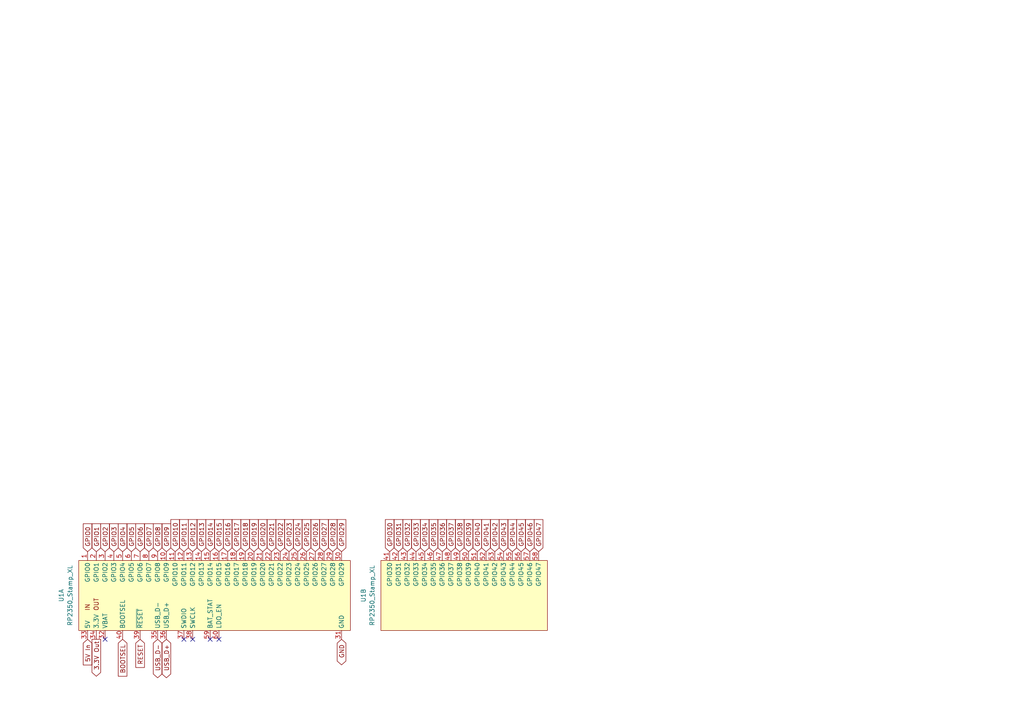
<source format=kicad_sch>
(kicad_sch (version 20231120) (generator "eeschema") (generator_version "8.0")
  (paper "A4")
  (lib_symbols
    (symbol "RP2xxx_Stamp:RP2350_Stamp_XL"
      (property "Reference" "U" (at 10.16 43.18 0))
      (property "Value" "RP2350_Stamp_XL" (at 0 -38.1 0))
      (symbol "RP2350_Stamp_XL_1_0"
        (text "IN" (at -4.445 39.37 0) (effects (font (size 1.27 1.27)) (justify left)))
        (text "OUT" (at -4.445 36.83 0) (effects (font (size 1.27 1.27)) (justify left)))
        (pin bidirectional line (at 12.7 39.37 180) (length 2.54) (name "GPIO0") (number "1"))
        (pin bidirectional line (at 12.7 16.51 180) (length 2.54) (name "GPIO9") (number "10"))
        (pin bidirectional line (at 12.7 13.97 180) (length 2.54) (name "GPIO10") (number "11"))
        (pin bidirectional line (at 12.7 11.43 180) (length 2.54) (name "GPIO11") (number "12"))
        (pin bidirectional line (at 12.7 8.89 180) (length 2.54) (name "GPIO12") (number "13"))
        (pin bidirectional line (at 12.7 6.35 180) (length 2.54) (name "GPIO13") (number "14"))
        (pin bidirectional line (at 12.7 3.81 180) (length 2.54) (name "GPIO14") (number "15"))
        (pin bidirectional line (at 12.7 1.27 180) (length 2.54) (name "GPIO15") (number "16"))
        (pin bidirectional line (at 12.7 -1.27 180) (length 2.54) (name "GPIO16") (number "17"))
        (pin bidirectional line (at 12.7 -3.81 180) (length 2.54) (name "GPIO17") (number "18"))
        (pin bidirectional line (at 12.7 -6.35 180) (length 2.54) (name "GPIO18") (number "19"))
        (pin bidirectional line (at 12.7 36.83 180) (length 2.54) (name "GPIO1") (number "2"))
        (pin bidirectional line (at 12.7 -8.89 180) (length 2.54) (name "GPIO19") (number "20"))
        (pin bidirectional line (at 12.7 -11.43 180) (length 2.54) (name "GPIO20") (number "21"))
        (pin bidirectional line (at 12.7 -13.97 180) (length 2.54) (name "GPIO21") (number "22"))
        (pin bidirectional line (at 12.7 -16.51 180) (length 2.54) (name "GPIO22") (number "23"))
        (pin bidirectional line (at 12.7 -19.05 180) (length 2.54) (name "GPIO23") (number "24"))
        (pin bidirectional line (at 12.7 -21.59 180) (length 2.54) (name "GPIO24") (number "25"))
        (pin bidirectional line (at 12.7 -24.13 180) (length 2.54) (name "GPIO25") (number "26"))
        (pin bidirectional line (at 12.7 -26.67 180) (length 2.54) (name "GPIO26") (number "27"))
        (pin bidirectional line (at 12.7 -29.21 180) (length 2.54) (name "GPIO27") (number "28"))
        (pin bidirectional line (at 12.7 -31.75 180) (length 2.54) (name "GPIO28") (number "29"))
        (pin bidirectional line (at 12.7 34.29 180) (length 2.54) (name "GPIO2") (number "3"))
        (pin bidirectional line (at 12.7 -34.29 180) (length 2.54) (name "GPIO29") (number "30"))
        (pin power_in line (at -12.7 -34.29 0) (length 2.54) (name "GND") (number "31"))
        (pin power_in line (at -12.7 34.29 0) (length 2.54) (name "VBAT") (number "32"))
        (pin power_in line (at -12.7 39.37 0) (length 2.54) (name "5V") (number "33"))
        (pin power_out line (at -12.7 36.83 0) (length 2.54) (name "3.3V") (number "34"))
        (pin bidirectional line (at -12.7 19.05 0) (length 2.54) (name "USB_D-") (number "35"))
        (pin bidirectional line (at -12.7 16.51 0) (length 2.54) (name "USB_D+") (number "36"))
        (pin bidirectional line (at -12.7 11.43 0) (length 2.54) (name "SWDIO") (number "37"))
        (pin input line (at -12.7 8.89 0) (length 2.54) (name "SWCLK") (number "38"))
        (pin bidirectional line (at -12.7 24.13 0) (length 2.54) (name "~{RESET}") (number "39"))
        (pin bidirectional line (at 12.7 31.75 180) (length 2.54) (name "GPIO3") (number "4"))
        (pin input line (at -12.7 29.21 0) (length 2.54) (name "BOOTSEL") (number "40"))
        (pin bidirectional line (at 12.7 29.21 180) (length 2.54) (name "GPIO4") (number "5"))
        (pin output line (at -12.7 3.81 0) (length 2.54) (name "BAT_STAT") (number "59"))
        (pin bidirectional line (at 12.7 26.67 180) (length 2.54) (name "GPIO5") (number "6"))
        (pin input line (at -12.7 1.27 0) (length 2.54) (name "LDO_EN") (number "60"))
        (pin bidirectional line (at 12.7 24.13 180) (length 2.54) (name "GPIO6") (number "7"))
        (pin bidirectional line (at 12.7 21.59 180) (length 2.54) (name "GPIO7") (number "8"))
        (pin bidirectional line (at 12.7 19.05 180) (length 2.54) (name "GPIO8") (number "9"))
      )
      (symbol "RP2350_Stamp_XL_1_1"
        (rectangle (start -10.16 41.91) (end 10.16 -36.83) (stroke (width 0.1524)) (fill (type background)))
      )
      (symbol "RP2350_Stamp_XL_2_0"
        (pin bidirectional line (at 12.7 24.13 180) (length 2.54) (name "GPIO30") (number "41"))
        (pin bidirectional line (at 12.7 21.59 180) (length 2.54) (name "GPIO31") (number "42"))
        (pin bidirectional line (at 12.7 19.05 180) (length 2.54) (name "GPIO32") (number "43"))
        (pin bidirectional line (at 12.7 16.51 180) (length 2.54) (name "GPIO33") (number "44"))
        (pin bidirectional line (at 12.7 13.97 180) (length 2.54) (name "GPIO34") (number "45"))
        (pin bidirectional line (at 12.7 11.43 180) (length 2.54) (name "GPIO35") (number "46"))
        (pin bidirectional line (at 12.7 8.89 180) (length 2.54) (name "GPIO36") (number "47"))
        (pin bidirectional line (at 12.7 6.35 180) (length 2.54) (name "GPIO37") (number "48"))
        (pin bidirectional line (at 12.7 3.81 180) (length 2.54) (name "GPIO38") (number "49"))
        (pin bidirectional line (at 12.7 1.27 180) (length 2.54) (name "GPIO39") (number "50"))
        (pin bidirectional line (at 12.7 -1.27 180) (length 2.54) (name "GPIO40") (number "51"))
        (pin bidirectional line (at 12.7 -3.81 180) (length 2.54) (name "GPIO41") (number "52"))
        (pin bidirectional line (at 12.7 -6.35 180) (length 2.54) (name "GPIO42") (number "53"))
        (pin bidirectional line (at 12.7 -8.89 180) (length 2.54) (name "GPIO43") (number "54"))
        (pin bidirectional line (at 12.7 -11.43 180) (length 2.54) (name "GPIO44") (number "55"))
        (pin bidirectional line (at 12.7 -13.97 180) (length 2.54) (name "GPIO45") (number "56"))
        (pin bidirectional line (at 12.7 -16.51 180) (length 2.54) (name "GPIO46") (number "57"))
        (pin bidirectional line (at 12.7 -19.05 180) (length 2.54) (name "GPIO47") (number "58"))
      )
      (symbol "RP2350_Stamp_XL_2_1"
        (rectangle (start -10.16 26.67) (end 10.16 -21.59) (stroke (width 0.1524)) (fill (type background)))
      )
    )
  )
  (no_connect (at 60.96 185.42))
  (no_connect (at 55.88 185.42))
  (no_connect (at 30.48 185.42))
  (no_connect (at 53.34 185.42))
  (no_connect (at 63.5 185.42))
  (global_label "GPIO47" (shape input) (at 156.21 160.02 90) (property "Intersheetrefs" "${INTERSHEET_REFS}" (effects (hide yes))))
  (global_label "GPIO28" (shape input) (at 96.52 160.02 90) (property "Intersheetrefs" "${INTERSHEET_REFS}" (effects (hide yes))))
  (global_label "5V In" (shape input) (at 25.4 185.42 270) (property "Intersheetrefs" "${INTERSHEET_REFS}" (effects (hide yes))))
  (global_label "RESET" (shape input) (at 40.64 185.42 270) (property "Intersheetrefs" "${INTERSHEET_REFS}" (effects (hide yes))))
  (global_label "GPIO38" (shape input) (at 133.35 160.02 90) (property "Intersheetrefs" "${INTERSHEET_REFS}" (effects (hide yes))))
  (global_label "GPIO13" (shape input) (at 58.42 160.02 90) (property "Intersheetrefs" "${INTERSHEET_REFS}" (effects (hide yes))))
  (global_label "GPIO21" (shape input) (at 78.74 160.02 90) (property "Intersheetrefs" "${INTERSHEET_REFS}" (effects (hide yes))))
  (global_label "GPIO41" (shape input) (at 140.97 160.02 90) (property "Intersheetrefs" "${INTERSHEET_REFS}" (effects (hide yes))))
  (global_label "GPIO27" (shape input) (at 93.98 160.02 90) (property "Intersheetrefs" "${INTERSHEET_REFS}" (effects (hide yes))))
  (global_label "GPIO4" (shape input) (at 35.56 160.02 90) (property "Intersheetrefs" "${INTERSHEET_REFS}" (effects (hide yes))))
  (global_label "GPIO3" (shape input) (at 33.02 160.02 90) (property "Intersheetrefs" "${INTERSHEET_REFS}" (effects (hide yes))))
  (global_label "GPIO20" (shape input) (at 76.2 160.02 90) (property "Intersheetrefs" "${INTERSHEET_REFS}" (effects (hide yes))))
  (global_label "BOOTSEL" (shape input) (at 35.56 185.42 270) (property "Intersheetrefs" "${INTERSHEET_REFS}" (effects (hide yes))))
  (global_label "GPIO23" (shape input) (at 83.82 160.02 90) (property "Intersheetrefs" "${INTERSHEET_REFS}" (effects (hide yes))))
  (global_label "GPIO14" (shape input) (at 60.96 160.02 90) (property "Intersheetrefs" "${INTERSHEET_REFS}" (effects (hide yes))))
  (global_label "GPIO29" (shape input) (at 99.06 160.02 90) (property "Intersheetrefs" "${INTERSHEET_REFS}" (effects (hide yes))))
  (global_label "GPIO19" (shape input) (at 73.66 160.02 90) (property "Intersheetrefs" "${INTERSHEET_REFS}" (effects (hide yes))))
  (global_label "GPIO7" (shape input) (at 43.18 160.02 90) (property "Intersheetrefs" "${INTERSHEET_REFS}" (effects (hide yes))))
  (global_label "GPIO35" (shape input) (at 125.73 160.02 90) (property "Intersheetrefs" "${INTERSHEET_REFS}" (effects (hide yes))))
  (global_label "GPIO10" (shape input) (at 50.8 160.02 90) (property "Intersheetrefs" "${INTERSHEET_REFS}" (effects (hide yes))))
  (global_label "USB_D+" (shape bidirectional) (at 48.26 185.42 270) (property "Intersheetrefs" "${INTERSHEET_REFS}" (effects (hide yes))))
  (global_label "GPIO25" (shape input) (at 88.9 160.02 90) (property "Intersheetrefs" "${INTERSHEET_REFS}" (effects (hide yes))))
  (global_label "GPIO24" (shape input) (at 86.36 160.02 90) (property "Intersheetrefs" "${INTERSHEET_REFS}" (effects (hide yes))))
  (global_label "GPIO15" (shape input) (at 63.5 160.02 90) (property "Intersheetrefs" "${INTERSHEET_REFS}" (effects (hide yes))))
  (global_label "GPIO16" (shape input) (at 66.04 160.02 90) (property "Intersheetrefs" "${INTERSHEET_REFS}" (effects (hide yes))))
  (global_label "GPIO17" (shape input) (at 68.58 160.02 90) (property "Intersheetrefs" "${INTERSHEET_REFS}" (effects (hide yes))))
  (global_label "GPIO0" (shape input) (at 25.4 160.02 90) (property "Intersheetrefs" "${INTERSHEET_REFS}" (effects (hide yes))))
  (global_label "GPIO22" (shape input) (at 81.28 160.02 90) (property "Intersheetrefs" "${INTERSHEET_REFS}" (effects (hide yes))))
  (global_label "3.3V Out" (shape output) (at 27.94 185.42 270) (property "Intersheetrefs" "${INTERSHEET_REFS}" (effects (hide yes))))
  (global_label "GPIO45" (shape input) (at 151.13 160.02 90) (property "Intersheetrefs" "${INTERSHEET_REFS}" (effects (hide yes))))
  (global_label "GPIO12" (shape input) (at 55.88 160.02 90) (property "Intersheetrefs" "${INTERSHEET_REFS}" (effects (hide yes))))
  (global_label "GPIO33" (shape input) (at 120.65 160.02 90) (property "Intersheetrefs" "${INTERSHEET_REFS}" (effects (hide yes))))
  (global_label "GPIO9" (shape input) (at 48.26 160.02 90) (property "Intersheetrefs" "${INTERSHEET_REFS}" (effects (hide yes))))
  (global_label "GPIO42" (shape input) (at 143.51 160.02 90) (property "Intersheetrefs" "${INTERSHEET_REFS}" (effects (hide yes))))
  (global_label "GPIO34" (shape input) (at 123.19 160.02 90) (property "Intersheetrefs" "${INTERSHEET_REFS}" (effects (hide yes))))
  (global_label "GPIO32" (shape input) (at 118.11 160.02 90) (property "Intersheetrefs" "${INTERSHEET_REFS}" (effects (hide yes))))
  (global_label "GPIO30" (shape input) (at 113.03 160.02 90) (property "Intersheetrefs" "${INTERSHEET_REFS}" (effects (hide yes))))
  (global_label "GPIO8" (shape input) (at 45.72 160.02 90) (property "Intersheetrefs" "${INTERSHEET_REFS}" (effects (hide yes))))
  (global_label "GPIO39" (shape input) (at 135.89 160.02 90) (property "Intersheetrefs" "${INTERSHEET_REFS}" (effects (hide yes))))
  (global_label "GPIO37" (shape input) (at 130.81 160.02 90) (property "Intersheetrefs" "${INTERSHEET_REFS}" (effects (hide yes))))
  (global_label "GPIO43" (shape input) (at 146.05 160.02 90) (property "Intersheetrefs" "${INTERSHEET_REFS}" (effects (hide yes))))
  (global_label "GPIO6" (shape input) (at 40.64 160.02 90) (property "Intersheetrefs" "${INTERSHEET_REFS}" (effects (hide yes))))
  (global_label "GPIO46" (shape input) (at 153.67 160.02 90) (property "Intersheetrefs" "${INTERSHEET_REFS}" (effects (hide yes))))
  (global_label "GPIO18" (shape input) (at 71.12 160.02 90) (property "Intersheetrefs" "${INTERSHEET_REFS}" (effects (hide yes))))
  (global_label "GPIO2" (shape input) (at 30.48 160.02 90) (property "Intersheetrefs" "${INTERSHEET_REFS}" (effects (hide yes))))
  (global_label "GPIO26" (shape input) (at 91.44 160.02 90) (property "Intersheetrefs" "${INTERSHEET_REFS}" (effects (hide yes))))
  (global_label "GPIO11" (shape input) (at 53.34 160.02 90) (property "Intersheetrefs" "${INTERSHEET_REFS}" (effects (hide yes))))
  (global_label "GPIO40" (shape input) (at 138.43 160.02 90) (property "Intersheetrefs" "${INTERSHEET_REFS}" (effects (hide yes))))
  (global_label "GPIO36" (shape input) (at 128.27 160.02 90) (property "Intersheetrefs" "${INTERSHEET_REFS}" (effects (hide yes))))
  (global_label "USB_D-" (shape bidirectional) (at 45.72 185.42 270) (property "Intersheetrefs" "${INTERSHEET_REFS}" (effects (hide yes))))
  (global_label "GND" (shape bidirectional) (at 99.06 185.42 270) (property "Intersheetrefs" "${INTERSHEET_REFS}" (effects (hide yes))))
  (global_label "GPIO1" (shape input) (at 27.94 160.02 90) (property "Intersheetrefs" "${INTERSHEET_REFS}" (effects (hide yes))))
  (global_label "GPIO44" (shape input) (at 148.59 160.02 90) (property "Intersheetrefs" "${INTERSHEET_REFS}" (effects (hide yes))))
  (global_label "GPIO5" (shape input) (at 38.1 160.02 90) (property "Intersheetrefs" "${INTERSHEET_REFS}" (effects (hide yes))))
  (global_label "GPIO31" (shape input) (at 115.57 160.02 90) (property "Intersheetrefs" "${INTERSHEET_REFS}" (effects (hide yes))))
  (symbol (lib_id "RP2xxx_Stamp:RP2350_Stamp_XL") (at 137.16 172.72 90) (unit 2)
    (property "Reference" "U1" (at 105.41 172.72 0))
    (property "Value" "RP2350_Stamp_XL" (at 107.95 172.72 0))
  )
  (symbol (lib_id "RP2xxx_Stamp:RP2350_Stamp_XL") (at 64.77 172.72 90) (unit 1)
    (property "Reference" "U1" (at 17.78 172.72 0))
    (property "Value" "RP2350_Stamp_XL" (at 20.32 172.72 0))
  )
)
</source>
